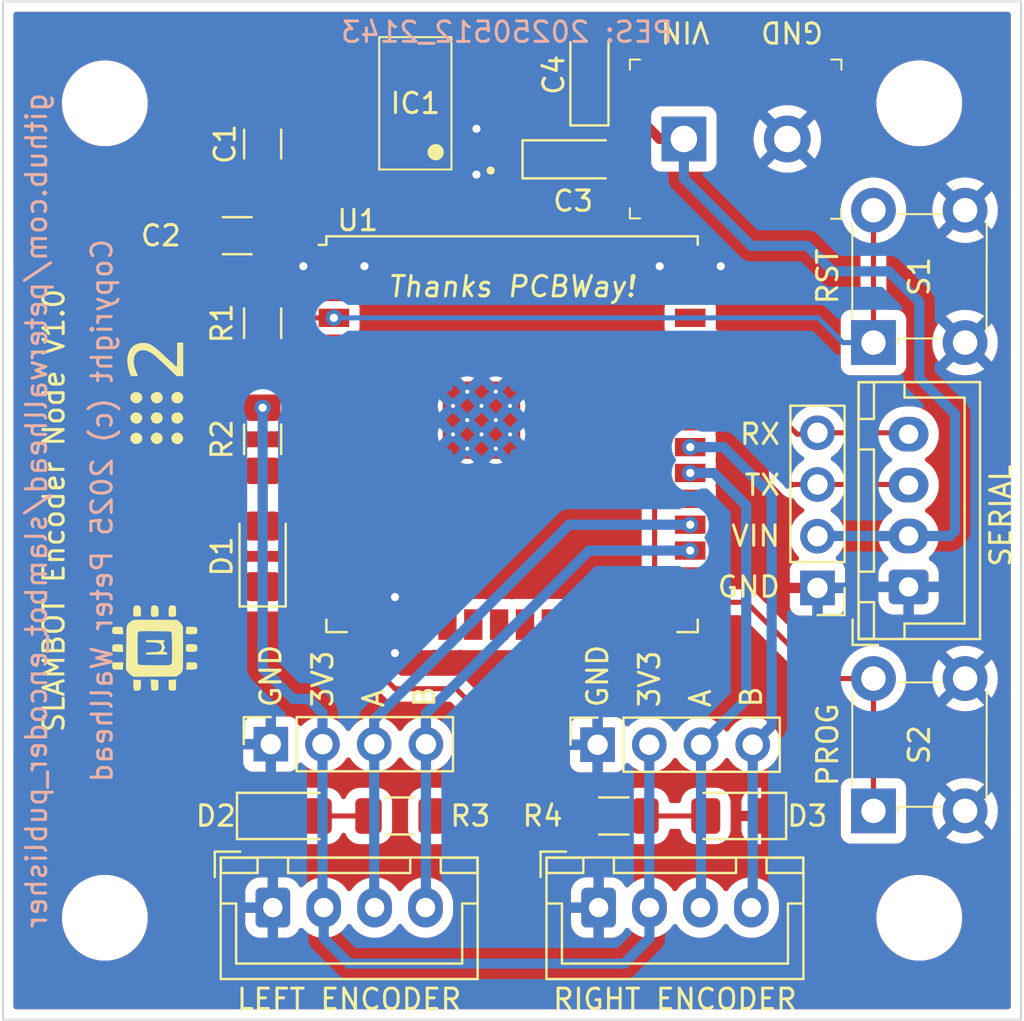
<source format=kicad_pcb>
(kicad_pcb (version 20211014) (generator pcbnew)
  (layers (0 "F.Cu" signal) (31 "B.Cu" signal) (34 "B.Paste" user) (35 "F.Paste" user) (36 "B.SilkS" user "B.Silkscreen") (37 "F.SilkS" user "F.Silkscreen") (38 "B.Mask" user) (39 "F.Mask" user) (44 "Edge.Cuts" user))
  (net 0 "")
  (net 25 "/3.3V")
  (net 26 "/GND")
  (net 27 "/VIN")
  (net 28 "Net-(D1-Pad2)")
  (net 29 "Net-(D2-Pad2)")
  (net 30 "Net-(D3-Pad2)")
  (net 31 "/TTLTX")
  (net 32 "/TTLRX")
  (net 33 "/EN")
  (net 34 "/IO0")
  (net 35 "/LEFT_A")
  (net 36 "/LEFT_B")
  (net 37 "/RIGHT_B")
  (net 38 "/RIGHT_A")
  (net 39 "/LEFT_LED")
  (net 40 "/RIGHT_LED")
  (footprint "LED_SMD:LED_1206_3216Metric_Pad1.42x1.75mm_HandSolder" (layer "F.Cu") (at 132.95 115)
    (fp_text reference "D2" (at -3.5 0) (layer "F.SilkS"))
    (fp_text value "GREEN LEFT")
    (pad "1" smd roundrect (at -1.4875 0) (size 1.425 1.75) (layers "F.Cu" "F.Paste" "F.Mask") (roundrect_rratio 0.1754392982) (net 26 "/GND"))
    (pad "2" smd roundrect (at 1.4875 0) (size 1.425 1.75) (layers "F.Cu" "F.Paste" "F.Mask") (roundrect_rratio 0.1754392982) (net 29 "Net-(D2-Pad2)"))
  )
  (footprint "Connector_PinHeader_2.54mm:PinHeader_1x04_P2.54mm_Vertical" (layer "F.Cu") (at 159 103.8 180)
    (fp_text reference "J5")
    (fp_text value "TTL PROG (HEADER)")
    (pad "1" thru_hole rect (at 0 0 180) (size 1.7 1.7) (drill 1) (layers *.Cu *.Mask) (net 26 "/GND"))
    (pad "2" thru_hole oval (at 0 2.54 180) (size 1.7 1.7) (drill 1) (layers *.Cu *.Mask) (net 27 "/VIN"))
    (pad "3" thru_hole oval (at 0 5.08 180) (size 1.7 1.7) (drill 1) (layers *.Cu *.Mask) (net 31 "/TTLTX"))
    (pad "4" thru_hole oval (at 0 7.62 180) (size 1.7 1.7) (drill 1) (layers *.Cu *.Mask) (net 32 "/TTLRX"))
  )
  (footprint "LED_SMD:LED_1206_3216Metric_Pad1.42x1.75mm_HandSolder" (layer "F.Cu") (at 155 115 180)
    (fp_text reference "D3" (at -3.5 0) (layer "F.SilkS"))
    (fp_text value "GREEN RIGHT")
    (pad "1" smd roundrect (at -1.4875 0 180) (size 1.425 1.75) (layers "F.Cu" "F.Paste" "F.Mask") (roundrect_rratio 0.1754392982) (net 26 "/GND"))
    (pad "2" smd roundrect (at 1.4875 0 180) (size 1.425 1.75) (layers "F.Cu" "F.Paste" "F.Mask") (roundrect_rratio 0.1754392982) (net 30 "Net-(D3-Pad2)"))
  )
  (footprint "RF_Module:ESP32-WROOM-32U" (layer "F.Cu") (at 144 96.25)
    (fp_text reference "U1" (at -7.58 -10.5) (layer "F.SilkS"))
    (fp_text value "ESP32-WROOM-32U")
    (pad "1" smd rect (at -8.75 -8.255) (size 1.5 0.9) (layers "F.Cu" "F.Paste" "F.Mask") (net 26 "/GND"))
    (pad "2" smd rect (at -8.75 -6.985) (size 1.5 0.9) (layers "F.Cu" "F.Paste" "F.Mask") (net 25 "/3.3V"))
    (pad "3" smd rect (at -8.75 -5.715) (size 1.5 0.9) (layers "F.Cu" "F.Paste" "F.Mask") (net 33 "/EN"))
    (pad "4" smd rect (at -8.75 -4.445) (size 1.5 0.9) (layers "F.Cu" "F.Paste" "F.Mask"))
    (pad "5" smd rect (at -8.75 -3.175) (size 1.5 0.9) (layers "F.Cu" "F.Paste" "F.Mask"))
    (pad "6" smd rect (at -8.75 -1.905) (size 1.5 0.9) (layers "F.Cu" "F.Paste" "F.Mask"))
    (pad "7" smd rect (at -8.75 -0.635) (size 1.5 0.9) (layers "F.Cu" "F.Paste" "F.Mask"))
    (pad "8" smd rect (at -8.75 0.635) (size 1.5 0.9) (layers "F.Cu" "F.Paste" "F.Mask"))
    (pad "9" smd rect (at -8.75 1.905) (size 1.5 0.9) (layers "F.Cu" "F.Paste" "F.Mask") (net 39 "/LEFT_LED"))
    (pad "10" smd rect (at -8.75 3.175) (size 1.5 0.9) (layers "F.Cu" "F.Paste" "F.Mask"))
    (pad "11" smd rect (at -8.75 4.445) (size 1.5 0.9) (layers "F.Cu" "F.Paste" "F.Mask"))
    (pad "12" smd rect (at -8.75 5.715) (size 1.5 0.9) (layers "F.Cu" "F.Paste" "F.Mask"))
    (pad "13" smd rect (at -8.75 6.985) (size 1.5 0.9) (layers "F.Cu" "F.Paste" "F.Mask"))
    (pad "14" smd rect (at -8.75 8.255) (size 1.5 0.9) (layers "F.Cu" "F.Paste" "F.Mask"))
    (pad "15" smd rect (at -5.715 9.35 90) (size 1.5 0.9) (layers "F.Cu" "F.Paste" "F.Mask") (net 26 "/GND"))
    (pad "16" smd rect (at -4.445 9.35 90) (size 1.5 0.9) (layers "F.Cu" "F.Paste" "F.Mask"))
    (pad "17" smd rect (at -3.175 9.35 90) (size 1.5 0.9) (layers "F.Cu" "F.Paste" "F.Mask"))
    (pad "18" smd rect (at -1.905 9.35 90) (size 1.5 0.9) (layers "F.Cu" "F.Paste" "F.Mask"))
    (pad "19" smd rect (at -0.635 9.35 90) (size 1.5 0.9) (layers "F.Cu" "F.Paste" "F.Mask"))
    (pad "20" smd rect (at 0.635 9.35 90) (size 1.5 0.9) (layers "F.Cu" "F.Paste" "F.Mask"))
    (pad "21" smd rect (at 1.905 9.35 90) (size 1.5 0.9) (layers "F.Cu" "F.Paste" "F.Mask"))
    (pad "22" smd rect (at 3.175 9.35 90) (size 1.5 0.9) (layers "F.Cu" "F.Paste" "F.Mask"))
    (pad "23" smd rect (at 4.445 9.35 90) (size 1.5 0.9) (layers "F.Cu" "F.Paste" "F.Mask"))
    (pad "24" smd rect (at 5.715 9.35 90) (size 1.5 0.9) (layers "F.Cu" "F.Paste" "F.Mask"))
    (pad "25" smd rect (at 8.75 8.255) (size 1.5 0.9) (layers "F.Cu" "F.Paste" "F.Mask") (net 34 "/IO0"))
    (pad "26" smd rect (at 8.75 6.985) (size 1.5 0.9) (layers "F.Cu" "F.Paste" "F.Mask"))
    (pad "27" smd rect (at 8.75 5.715) (size 1.5 0.9) (layers "F.Cu" "F.Paste" "F.Mask") (net 36 "/LEFT_B"))
    (pad "28" smd rect (at 8.75 4.445) (size 1.5 0.9) (layers "F.Cu" "F.Paste" "F.Mask") (net 35 "/LEFT_A"))
    (pad "29" smd rect (at 8.75 3.175) (size 1.5 0.9) (layers "F.Cu" "F.Paste" "F.Mask"))
    (pad "30" smd rect (at 8.75 1.905) (size 1.5 0.9) (layers "F.Cu" "F.Paste" "F.Mask") (net 38 "/RIGHT_A"))
    (pad "31" smd rect (at 8.75 0.635) (size 1.5 0.9) (layers "F.Cu" "F.Paste" "F.Mask") (net 37 "/RIGHT_B"))
    (pad "32" smd rect (at 8.75 -0.635) (size 1.5 0.9) (layers "F.Cu" "F.Paste" "F.Mask"))
    (pad "33" smd rect (at 8.75 -1.905) (size 1.5 0.9) (layers "F.Cu" "F.Paste" "F.Mask") (net 40 "/RIGHT_LED"))
    (pad "34" smd rect (at 8.75 -3.175) (size 1.5 0.9) (layers "F.Cu" "F.Paste" "F.Mask") (net 31 "/TTLTX"))
    (pad "35" smd rect (at 8.75 -4.445) (size 1.5 0.9) (layers "F.Cu" "F.Paste" "F.Mask") (net 32 "/TTLRX"))
    (pad "36" smd rect (at 8.75 -5.715) (size 1.5 0.9) (layers "F.Cu" "F.Paste" "F.Mask"))
    (pad "37" smd rect (at 8.75 -6.985) (size 1.5 0.9) (layers "F.Cu" "F.Paste" "F.Mask"))
    (pad "38" smd rect (at 8.75 -8.255) (size 1.5 0.9) (layers "F.Cu" "F.Paste" "F.Mask") (net 26 "/GND"))
    (pad "39" smd rect (at -0.1 -2.09) (size 0.9 0.9) (layers "F.Cu" "F.Paste") (net 26 "/GND"))
    (pad "39" thru_hole circle (at -1.5 0.01) (size 0.475 0.475) (drill 0.2) (layers *.Cu "F.Mask") (net 26 "/GND"))
    (pad "39" smd rect (at -0.1 0.71) (size 0.9 0.9) (layers "F.Cu" "F.Paste") (net 26 "/GND"))
    (pad "39" thru_hole circle (at -2.9 0.01) (size 0.475 0.475) (drill 0.2) (layers *.Cu "F.Mask") (net 26 "/GND"))
    (pad "39" thru_hole circle (at -2.9 -1.39) (size 0.475 0.475) (drill 0.2) (layers *.Cu "F.Mask") (net 26 "/GND"))
    (pad "39" thru_hole circle (at -0.1 -1.39) (size 0.475 0.475) (drill 0.2) (layers *.Cu "F.Mask") (net 26 "/GND"))
    (pad "39" smd rect (at -0.1 -0.69) (size 0.9 0.9) (layers "F.Cu" "F.Paste") (net 26 "/GND"))
    (pad "39" smd rect (at -1.5 -0.69) (size 3.8 3.8) (layers "F.Cu" "F.Mask") (net 26 "/GND"))
    (pad "39" thru_hole circle (at -0.8 -2.09) (size 0.475 0.475) (drill 0.2) (layers *.Cu "F.Mask") (net 26 "/GND"))
    (pad "39" thru_hole circle (at -0.8 0.71) (size 0.475 0.475) (drill 0.2) (layers *.Cu "F.Mask") (net 26 "/GND"))
    (pad "39" thru_hole circle (at -2.2 -0.69) (size 0.475 0.475) (drill 0.2) (layers *.Cu "F.Mask") (net 26 "/GND"))
    (pad "39" thru_hole circle (at -2.2 -2.09) (size 0.475 0.475) (drill 0.2) (layers *.Cu "F.Mask") (net 26 "/GND"))
    (pad "39" smd rect (at -1.5 0.71) (size 0.9 0.9) (layers "F.Cu" "F.Paste") (net 26 "/GND"))
    (pad "39" smd rect (at -1.5 -2.09) (size 0.9 0.9) (layers "F.Cu" "F.Paste") (net 26 "/GND"))
    (pad "39" thru_hole circle (at -1.5 -1.39) (size 0.475 0.475) (drill 0.2) (layers *.Cu "F.Mask") (net 26 "/GND"))
    (pad "39" thru_hole circle (at -2.2 0.71) (size 0.475 0.475) (drill 0.2) (layers *.Cu "F.Mask") (net 26 "/GND"))
    (pad "39" smd rect (at -2.9 -2.09) (size 0.9 0.9) (layers "F.Cu" "F.Paste") (net 26 "/GND"))
    (pad "39" smd rect (at -1.5 -0.69) (size 0.9 0.9) (layers "F.Cu" "F.Paste") (net 26 "/GND"))
    (pad "39" smd rect (at -2.9 -0.69) (size 0.9 0.9) (layers "F.Cu" "F.Paste") (net 26 "/GND"))
    (pad "39" smd rect (at -2.9 0.71) (size 0.9 0.9) (layers "F.Cu" "F.Paste") (net 26 "/GND"))
    (pad "39" thru_hole circle (at -0.8 -0.69) (size 0.475 0.475) (drill 0.2) (layers *.Cu "F.Mask") (net 26 "/GND"))
    (pad "39" thru_hole circle (at -0.1 0.01) (size 0.475 0.475) (drill 0.2) (layers *.Cu "F.Mask") (net 26 "/GND"))
  )
  (footprint "LED_SMD:LED_1206_3216Metric_Pad1.42x1.75mm_HandSolder" (layer "F.Cu") (at 131.75 102.25 90)
    (fp_text reference "D1" (at 0 -2 90) (layer "F.SilkS"))
    (fp_text value "RED LED")
    (pad "1" smd roundrect (at -1.4875 0 90) (size 1.425 1.75) (layers "F.Cu" "F.Paste" "F.Mask") (roundrect_rratio 0.1754392982) (net 26 "/GND"))
    (pad "2" smd roundrect (at 1.4875 0 90) (size 1.425 1.75) (layers "F.Cu" "F.Paste" "F.Mask") (roundrect_rratio 0.1754392982) (net 28 "Net-(D1-Pad2)"))
  )
  (footprint "Capacitor_Tantalum_SMD:CP_EIA-3216-10_Kemet-I_Pad1.58x1.35mm_HandSolder" (layer "F.Cu") (at 147 82.75)
    (fp_text reference "C3" (at 0 2.05) (layer "F.SilkS"))
    (fp_text value "10 uf")
    (pad "1" smd roundrect (at -1.4375 0) (size 1.575 1.35) (layers "F.Cu" "F.Paste" "F.Mask") (roundrect_rratio 0.1851851852) (net 25 "/3.3V"))
    (pad "2" smd roundrect (at 1.4375 0) (size 1.575 1.35) (layers "F.Cu" "F.Paste" "F.Mask") (roundrect_rratio 0.1851851852) (net 26 "/GND"))
  )
  (footprint "Resistor_SMD:R_1206_3216Metric_Pad1.30x1.75mm_HandSolder" (layer "F.Cu") (at 131.75 90.8 -90)
    (fp_text reference "R1" (at 0 2 90) (layer "F.SilkS"))
    (fp_text value "10 Kohms")
    (pad "1" smd roundrect (at -1.55 0 270) (size 1.3 1.75) (layers "F.Cu" "F.Paste" "F.Mask") (roundrect_rratio 0.1923076923) (net 25 "/3.3V"))
    (pad "2" smd roundrect (at 1.55 0 270) (size 1.3 1.75) (layers "F.Cu" "F.Paste" "F.Mask") (roundrect_rratio 0.1923076923) (net 33 "/EN"))
  )
  (footprint "MountingHole:MountingHole_3.2mm_M3" (layer "F.Cu") (at 164 120)
    (fp_text reference "H4")
    (fp_text value "MountingHole")
    (pad "" np_thru_hole circle (at 0 0) (size 3.2 3.2) (drill 3.2) (layers *.Cu *.Mask))
  )
  (footprint "kicad-logos:micros-ros-icon" (layer "F.Cu") (at 126.5 106.75 90)
    (fp_text reference "G***")
    (fp_text value "LOGO" hide)
  )
  (footprint "kicad-logos:ros-2-icon" (layer "F.Cu") (at 126.5 94.25 90)
    (fp_text reference "G***")
    (fp_text value "LOGO" hide)
  )
  (footprint "digikey-footprints:Switch_Tactile_THT_6x6mm" (layer "F.Cu") (at 161.75 114.75 90)
    (fp_text reference "S2" (at 3.25 2.25 90) (layer "F.SilkS"))
    (fp_text value "PROG" (at 3.25 -2.25 90) (layer "F.SilkS"))
    (pad "1" thru_hole rect locked (at 0 0 90) (size 2.2 2.2) (drill 1.2) (layers *.Cu *.Mask) (net 34 "/IO0"))
    (pad "2" thru_hole circle locked (at 6.5 0 90) (size 2.2 2.2) (drill 1.2) (layers *.Cu *.Mask) (net 34 "/IO0"))
    (pad "3" thru_hole circle locked (at 0 4.5 90) (size 2.2 2.2) (drill 1.2) (layers *.Cu *.Mask) (net 26 "/GND"))
    (pad "4" thru_hole circle locked (at 6.5 4.5 90) (size 2.2 2.2) (drill 1.2) (layers *.Cu *.Mask) (net 26 "/GND"))
  )
  (footprint "MountingHole:MountingHole_3.2mm_M3" (layer "F.Cu") (at 124 120)
    (fp_text reference "H3")
    (fp_text value "MountingHole")
    (pad "" np_thru_hole circle (at 0 0) (size 3.2 3.2) (drill 3.2) (layers *.Cu *.Mask))
  )
  (footprint "Resistor_SMD:R_1206_3216Metric_Pad1.30x1.75mm_HandSolder" (layer "F.Cu") (at 131.75 96.5 -90)
    (fp_text reference "R2" (at 0 2 90) (layer "F.SilkS"))
    (fp_text value "150 Ohms")
    (pad "1" smd roundrect (at -1.55 0 270) (size 1.3 1.75) (layers "F.Cu" "F.Paste" "F.Mask") (roundrect_rratio 0.1923076923) (net 25 "/3.3V"))
    (pad "2" smd roundrect (at 1.55 0 270) (size 1.3 1.75) (layers "F.Cu" "F.Paste" "F.Mask") (roundrect_rratio 0.1923076923) (net 28 "Net-(D1-Pad2)"))
  )
  (footprint "Connector_JST:JST_XH_B4B-XH-A_1x04_P2.50mm_Vertical" (layer "F.Cu") (at 132.25 119.5)
    (fp_text reference "J3")
    (fp_text value "LEFT ENCODER (JST)")
    (pad "1" thru_hole roundrect (at 0 0) (size 1.7 1.95) (drill 0.95) (layers *.Cu *.Mask) (roundrect_rratio 0.1470588235) (net 26 "/GND"))
    (pad "2" thru_hole oval (at 2.5 0) (size 1.7 1.95) (drill 0.95) (layers *.Cu *.Mask) (net 25 "/3.3V"))
    (pad "3" thru_hole oval (at 5 0) (size 1.7 1.95) (drill 0.95) (layers *.Cu *.Mask) (net 35 "/LEFT_A"))
    (pad "4" thru_hole oval (at 7.5 0) (size 1.7 1.95) (drill 0.95) (layers *.Cu *.Mask) (net 36 "/LEFT_B"))
  )
  (footprint "Connector_PinSocket_2.54mm:PinSocket_1x04_P2.54mm_Vertical" (layer "F.Cu") (at 132.15 111.475 90)
    (fp_text reference "J6")
    (fp_text value "LEFT ENCODER (HEADER)")
    (pad "1" thru_hole rect (at 0 0 90) (size 1.7 1.7) (drill 1) (layers *.Cu *.Mask) (net 26 "/GND"))
    (pad "2" thru_hole oval (at 0 2.54 90) (size 1.7 1.7) (drill 1) (layers *.Cu *.Mask) (net 25 "/3.3V"))
    (pad "3" thru_hole oval (at 0 5.08 90) (size 1.7 1.7) (drill 1) (layers *.Cu *.Mask) (net 35 "/LEFT_A"))
    (pad "4" thru_hole oval (at 0 7.62 90) (size 1.7 1.7) (drill 1) (layers *.Cu *.Mask) (net 36 "/LEFT_B"))
  )
  (footprint "legacy:SOT230P700X180-4N" (layer "F.Cu") (at 139.25 80 180)
    (fp_text reference "IC1" (at 0 0) (layer "F.SilkS"))
    (fp_text value "LT1117IST-3.3")
    (pad "1" smd rect locked (at -3 -2.3 180) (size 1.8 0.9) (layers "F.Cu" "F.Paste" "F.Mask") (net 26 "/GND"))
    (pad "2" smd rect locked (at -3 0 180) (size 1.8 0.9) (layers "F.Cu" "F.Paste" "F.Mask") (net 25 "/3.3V"))
    (pad "3" smd rect locked (at -3 2.3 180) (size 1.8 0.9) (layers "F.Cu" "F.Paste" "F.Mask") (net 27 "/VIN"))
    (pad "4" smd rect locked (at 3 0 180) (size 1.8 3.2) (layers "F.Cu" "F.Paste" "F.Mask"))
  )
  (footprint "digikey-footprints:Switch_Tactile_THT_6x6mm" (layer "F.Cu") (at 161.75 91.75 90)
    (fp_text reference "S1" (at 3.25 2.25 90) (layer "F.SilkS"))
    (fp_text value "RST" (at 3.25 -2.25 90) (layer "F.SilkS"))
    (pad "1" thru_hole rect locked (at 0 0 90) (size 2.2 2.2) (drill 1.2) (layers *.Cu *.Mask) (net 33 "/EN"))
    (pad "2" thru_hole circle locked (at 6.5 0 90) (size 2.2 2.2) (drill 1.2) (layers *.Cu *.Mask) (net 33 "/EN"))
    (pad "3" thru_hole circle locked (at 0 4.5 90) (size 2.2 2.2) (drill 1.2) (layers *.Cu *.Mask) (net 26 "/GND"))
    (pad "4" thru_hole circle locked (at 6.5 4.5 90) (size 2.2 2.2) (drill 1.2) (layers *.Cu *.Mask) (net 26 "/GND"))
  )
  (footprint "Capacitor_SMD:C_1206_3216Metric_Pad1.33x1.80mm_HandSolder" (layer "F.Cu") (at 130.5 86.5 180)
    (fp_text reference "C2" (at 3.75 0) (layer "F.SilkS"))
    (fp_text value "10 uf")
    (pad "1" smd roundrect (at -1.5625 0 180) (size 1.325 1.8) (layers "F.Cu" "F.Paste" "F.Mask") (roundrect_rratio 0.1886792453) (net 25 "/3.3V"))
    (pad "2" smd roundrect (at 1.5625 0 180) (size 1.325 1.8) (layers "F.Cu" "F.Paste" "F.Mask") (roundrect_rratio 0.1886792453) (net 26 "/GND"))
  )
  (footprint "digikey-footprints:Term_Block_1x2_P5.08MM" (layer "F.Cu") (at 152.438 81.75)
    (fp_text reference "J1")
    (fp_text value "POWER")
    (pad "1" thru_hole rect locked (at 0 0) (size 2.2 2.2) (drill 1.3) (layers *.Cu *.Mask) (net 27 "/VIN"))
    (pad "2" thru_hole circle locked (at 5.08 0) (size 2.3 2.3) (drill 1.3) (layers *.Cu *.Mask) (net 26 "/GND"))
  )
  (footprint "Connector_JST:JST_XH_B4B-XH-A_1x04_P2.50mm_Vertical" (layer "F.Cu") (at 148.25 119.5)
    (fp_text reference "J4")
    (fp_text value "RIGHT ENCODER (JST)")
    (pad "1" thru_hole roundrect (at 0 0) (size 1.7 1.95) (drill 0.95) (layers *.Cu *.Mask) (roundrect_rratio 0.1470588235) (net 26 "/GND"))
    (pad "2" thru_hole oval (at 2.5 0) (size 1.7 1.95) (drill 0.95) (layers *.Cu *.Mask) (net 25 "/3.3V"))
    (pad "3" thru_hole oval (at 5 0) (size 1.7 1.95) (drill 0.95) (layers *.Cu *.Mask) (net 38 "/RIGHT_A"))
    (pad "4" thru_hole oval (at 7.5 0) (size 1.7 1.95) (drill 0.95) (layers *.Cu *.Mask) (net 37 "/RIGHT_B"))
  )
  (footprint "MountingHole:MountingHole_3.2mm_M3" (layer "F.Cu") (at 124 80)
    (fp_text reference "H1")
    (fp_text value "MountingHole")
    (pad "" np_thru_hole circle (at 0 0) (size 3.2 3.2) (drill 3.2) (layers *.Cu *.Mask))
  )
  (footprint "Resistor_SMD:R_1206_3216Metric_Pad1.30x1.75mm_HandSolder" (layer "F.Cu") (at 138.5 115 180)
    (fp_text reference "R3" (at -3.45 0) (layer "F.SilkS"))
    (fp_text value "150 Ohms")
    (pad "1" smd roundrect (at -1.55 0 180) (size 1.3 1.75) (layers "F.Cu" "F.Paste" "F.Mask") (roundrect_rratio 0.1923076923) (net 39 "/LEFT_LED"))
    (pad "2" smd roundrect (at 1.55 0 180) (size 1.3 1.75) (layers "F.Cu" "F.Paste" "F.Mask") (roundrect_rratio 0.1923076923) (net 29 "Net-(D2-Pad2)"))
  )
  (footprint "Capacitor_Tantalum_SMD:CP_EIA-3216-10_Kemet-I_Pad1.58x1.35mm_HandSolder" (layer "F.Cu") (at 147.8 78.6 90)
    (fp_text reference "C4" (at 0 -1.75 90) (layer "F.SilkS"))
    (fp_text value "10 uf")
    (pad "1" smd roundrect (at -1.4375 0 90) (size 1.575 1.35) (layers "F.Cu" "F.Paste" "F.Mask") (roundrect_rratio 0.1851851852) (net 27 "/VIN"))
    (pad "2" smd roundrect (at 1.4375 0 90) (size 1.575 1.35) (layers "F.Cu" "F.Paste" "F.Mask") (roundrect_rratio 0.1851851852) (net 26 "/GND"))
  )
  (footprint "Connector_JST:JST_XH_B4B-XH-A_1x04_P2.50mm_Vertical" (layer "F.Cu") (at 163.475 103.75 90)
    (fp_text reference "J2")
    (fp_text value "TTL PROG (JST)")
    (pad "1" thru_hole roundrect (at 0 0 90) (size 1.7 1.95) (drill 0.95) (layers *.Cu *.Mask) (roundrect_rratio 0.1470588235) (net 26 "/GND"))
    (pad "2" thru_hole oval (at 2.5 0 90) (size 1.7 1.95) (drill 0.95) (layers *.Cu *.Mask) (net 27 "/VIN"))
    (pad "3" thru_hole oval (at 5 0 90) (size 1.7 1.95) (drill 0.95) (layers *.Cu *.Mask) (net 31 "/TTLTX"))
    (pad "4" thru_hole oval (at 7.5 0 90) (size 1.7 1.95) (drill 0.95) (layers *.Cu *.Mask) (net 32 "/TTLRX"))
  )
  (footprint "MountingHole:MountingHole_3.2mm_M3" (layer "F.Cu") (at 164 80)
    (fp_text reference "H2")
    (fp_text value "MountingHole")
    (pad "" np_thru_hole circle (at 0 0) (size 3.2 3.2) (drill 3.2) (layers *.Cu *.Mask))
  )
  (footprint "Resistor_SMD:R_1206_3216Metric_Pad1.30x1.75mm_HandSolder" (layer "F.Cu") (at 149 115)
    (fp_text reference "R4" (at -3.5 0) (layer "F.SilkS"))
    (fp_text value "150 Ohms")
    (pad "1" smd roundrect (at -1.55 0) (size 1.3 1.75) (layers "F.Cu" "F.Paste" "F.Mask") (roundrect_rratio 0.1923076923) (net 40 "/RIGHT_LED"))
    (pad "2" smd roundrect (at 1.55 0) (size 1.3 1.75) (layers "F.Cu" "F.Paste" "F.Mask") (roundrect_rratio 0.1923076923) (net 30 "Net-(D3-Pad2)"))
  )
  (footprint "Connector_PinSocket_2.54mm:PinSocket_1x04_P2.54mm_Vertical" (layer "F.Cu") (at 148.2 111.5 90)
    (fp_text reference "J7")
    (fp_text value "RIGHT ENCODER (HEADER)")
    (pad "1" thru_hole rect (at 0 0 90) (size 1.7 1.7) (drill 1) (layers *.Cu *.Mask) (net 26 "/GND"))
    (pad "2" thru_hole oval (at 0 2.54 90) (size 1.7 1.7) (drill 1) (layers *.Cu *.Mask) (net 25 "/3.3V"))
    (pad "3" thru_hole oval (at 0 5.08 90) (size 1.7 1.7) (drill 1) (layers *.Cu *.Mask) (net 38 "/RIGHT_A"))
    (pad "4" thru_hole oval (at 0 7.62 90) (size 1.7 1.7) (drill 1) (layers *.Cu *.Mask) (net 37 "/RIGHT_B"))
  )
  (footprint "Capacitor_SMD:C_1206_3216Metric_Pad1.33x1.80mm_HandSolder" (layer "F.Cu") (at 131.75 82 90)
    (fp_text reference "C1" (at 0 -1.85 90) (layer "F.SilkS"))
    (fp_text value "100 uf")
    (pad "1" smd roundrect (at -1.5625 0 90) (size 1.325 1.8) (layers "F.Cu" "F.Paste" "F.Mask") (roundrect_rratio 0.1886792453) (net 25 "/3.3V"))
    (pad "2" smd roundrect (at 1.5625 0 90) (size 1.325 1.8) (layers "F.Cu" "F.Paste" "F.Mask") (roundrect_rratio 0.1886792453) (net 26 "/GND"))
  )
  (gr_rect (start 119 75) (end 169 125) (layer "Edge.Cuts") (width 0.1) (fill none))
  (gr_text "PES: 20250512_2143" (at 143.75 76.5) (layer "B.SilkS") (effects (font (size 1 1)) (justify mirror)))
  (gr_text "github.com/peterwallhead/slambot_encoder_publisher\n\nCopyright (c) 2025 Peter Wallhead" (at 122.25 100 90) (layer "B.SilkS") (effects (font (size 1 1)) (justify mirror)))
  (gr_text "RIGHT ENCODER" (at 152 124) (layer "F.SilkS") (effects (font (size 1 1))))
  (gr_text "LEFT ENCODER" (at 136 124) (layer "F.SilkS") (effects (font (size 1 1))))
  (gr_text "VIN" (at 152.5 76.5 180) (layer "F.SilkS") (effects (font (size 1 1))))
  (gr_text "TX" (at 157.25 98.75) (layer "F.SilkS") (effects (font (size 1 1)) (justify right)))
  (gr_text "B" (at 139.7 109.75 90) (layer "F.SilkS") (effects (font (size 1 1)) (justify left)))
  (gr_text "GND" (at 157.25 103.75) (layer "F.SilkS") (effects (font (size 1 1)) (justify right)))
  (gr_text "Thanks PCBWay!" (at 144 89) (layer "F.SilkS") (effects (font (size 1 1) (thickness 0.15) italic)))
  (gr_text "3V3" (at 134.7 109.75 90) (layer "F.SilkS") (effects (font (size 1 1)) (justify left)))
  (gr_text "A" (at 137.2 109.75 90) (layer "F.SilkS") (effects (font (size 1 1)) (justify left)))
  (gr_text "GND" (at 148.2 109.75 90) (layer "F.SilkS") (effects (font (size 1 1)) (justify left)))
  (gr_text "SERIAL" (at 168 100.25 90) (layer "F.SilkS") (effects (font (size 1 1))))
  (gr_text "A" (at 153.25 109.75 90) (layer "F.SilkS") (effects (font (size 1 1)) (justify left)))
  (gr_text "SLAMBOT Encoder Node V1.0" (at 121.5 100 90) (layer "F.SilkS") (effects (font (size 1 1))))
  (gr_text "RX" (at 157.25 96.25) (layer "F.SilkS") (effects (font (size 1 1)) (justify right)))
  (gr_text "B" (at 155.75 109.75 90) (layer "F.SilkS") (effects (font (size 1 1)) (justify left)))
  (gr_text "GND" (at 132.15 109.75 90) (layer "F.SilkS") (effects (font (size 1 1)) (justify left)))
  (gr_text "VIN" (at 157.25 101.25) (layer "F.SilkS") (effects (font (size 1 1)) (justify right)))
  (gr_text "GND" (at 157.75 76.5 180) (layer "F.SilkS") (effects (font (size 1 1))))
  (gr_text "3V3" (at 150.75 109.75 90) (layer "F.SilkS") (effects (font (size 1 1)) (justify left)))
  (segment (start 143.5 80) (end 145.5625 82.0625) (width 0.5) (layer "F.Cu") (net 25))
  (segment (start 145.5 82.8125) (end 145.5625 82.75) (width 0.5) (layer "F.Cu") (net 25))
  (segment (start 131.75 89.25) (end 130.5 89.25) (width 0.5) (layer "F.Cu") (net 25))
  (segment (start 130.5 89.25) (end 129.5 90.25) (width 0.5) (layer "F.Cu") (net 25))
  (segment (start 142.25 80) (end 143.5 80) (width 0.5) (layer "F.Cu") (net 25))
  (segment (start 131.75 89.25) (end 135.235 89.25) (width 0.5) (layer "F.Cu") (net 25))
  (segment (start 144 85.5) (end 145.5 84) (width 0.5) (layer "F.Cu") (net 25))
  (segment (start 145.5 84) (end 145.5 82.8125) (width 0.5) (layer "F.Cu") (net 25))
  (segment (start 133.6875 85.5) (end 144 85.5) (width 0.5) (layer "F.Cu") (net 25))
  (segment (start 129.5 90.25) (end 129.5 94.25) (width 0.5) (layer "F.Cu") (net 25))
  (segment (start 132.0625 88.9375) (end 131.75 89.25) (width 0.5) (layer "F.Cu") (net 25))
  (segment (start 130.2 94.95) (end 131.75 94.95) (width 0.5) (layer "F.Cu") (net 25))
  (segment (start 132.0625 86.5) (end 132.0625 88.9375) (width 0.5) (layer "F.Cu") (net 25))
  (segment (start 135.235 89.25) (end 135.25 89.265) (width 0.5) (layer "F.Cu") (net 25))
  (segment (start 129.5 94.25) (end 130.2 94.95) (width 0.5) (layer "F.Cu") (net 25))
  (segment (start 131.75 83.5625) (end 131.75 86.1875) (width 0.5) (layer "F.Cu") (net 25))
  (segment (start 145.5625 82.0625) (end 145.5625 82.75) (width 0.5) (layer "F.Cu") (net 25))
  (segment (start 131.75 83.5625) (end 133.6875 85.5) (width 0.5) (layer "F.Cu") (net 25))
  (segment (start 131.75 86.1875) (end 132.0625 86.5) (width 0.5) (layer "F.Cu") (net 25))
  (via (at 131.75 94.95) (size 0.8) (drill 0.4) (layers "F.Cu" "B.Cu") (net 25))
  (segment (start 150.74 119.49) (end 150.75 119.5) (width 0.5) (layer "B.Cu") (net 25))
  (segment (start 131.75 107.75) (end 131.75 94.95) (width 0.5) (layer "B.Cu") (net 25))
  (segment (start 134.75 119.5) (end 134.75 121) (width 0.5) (layer "B.Cu") (net 25))
  (segment (start 134.75 121) (end 136 122.25) (width 0.5) (layer "B.Cu") (net 25))
  (segment (start 134 109.25) (end 134.69 109.94) (width 0.5) (layer "B.Cu") (net 25))
  (segment (start 133.25 109.25) (end 134 109.25) (width 0.5) (layer "B.Cu") (net 25))
  (segment (start 150.75 121) (end 150.75 119.5) (width 0.5) (layer "B.Cu") (net 25))
  (segment (start 136 122.25) (end 149.5 122.25) (width 0.5) (layer "B.Cu") (net 25))
  (segment (start 150.74 111.5) (end 150.74 119.49) (width 0.5) (layer "B.Cu") (net 25))
  (segment (start 134.69 119.44) (end 134.75 119.5) (width 0.5) (layer "B.Cu") (net 25))
  (segment (start 134.69 109.94) (end 134.69 111.475) (width 0.5) (layer "B.Cu") (net 25))
  (segment (start 131.75 107.75) (end 133.25 109.25) (width 0.5) (layer "B.Cu") (net 25))
  (segment (start 134.69 111.475) (end 134.69 119.44) (width 0.5) (layer "B.Cu") (net 25))
  (segment (start 149.5 122.25) (end 150.75 121) (width 0.5) (layer "B.Cu") (net 25))
  (segment (start 138.285 106.965) (end 138.25 107) (width 0.5) (layer "F.Cu") (net 26))
  (segment (start 154.245 87.995) (end 154.25 88) (width 0.5) (layer "F.Cu") (net 26))
  (segment (start 138.25 104.25) (end 138.25 105.565) (width 0.5) (layer "F.Cu") (net 26))
  (segment (start 135.25 87.995) (end 133.755 87.995) (width 0.5) (layer "F.Cu") (net 26))
  (segment (start 142.25 82.3) (end 142.25 83.5) (width 0.5) (layer "F.Cu") (net 26))
  (segment (start 133.755 87.995) (end 133.75 88) (width 0.5) (layer "F.Cu") (net 26))
  (segment (start 151.255 87.995) (end 151.25 88) (width 0.5) (layer "F.Cu") (net 26))
  (segment (start 135.25 87.995) (end 136.745 87.995) (width 0.5) (layer "F.Cu") (net 26))
  (segment (start 138.285 105.6) (end 138.285 106.965) (width 0.5) (layer "F.Cu") (net 26))
  (segment (start 138.25 105.565) (end 138.285 105.6) (width 0.5) (layer "F.Cu") (net 26))
  (segment (start 136.745 87.995) (end 136.75 88) (width 0.5) (layer "F.Cu") (net 26))
  (segment (start 152.75 87.995) (end 151.255 87.995) (width 0.5) (layer "F.Cu") (net 26))
  (segment (start 152.75 87.995) (end 154.245 87.995) (width 0.5) (layer "F.Cu") (net 26))
  (segment (start 142.25 82.3) (end 142.25 81.25) (width 0.5) (layer "F.Cu") (net 26))
  (via (at 136.75 88) (size 0.8) (drill 0.4) (layers "F.Cu" "B.Cu") (net 26))
  (via (at 142.25 83.5) (size 0.8) (drill 0.4) (layers "F.Cu" "B.Cu") (net 26))
  (via (at 133.75 88) (size 0.8) (drill 0.4) (layers "F.Cu" "B.Cu") (net 26))
  (via (at 142.25 81.25) (size 0.8) (drill 0.4) (layers "F.Cu" "B.Cu") (net 26))
  (via (at 138.25 104.25) (size 0.8) (drill 0.4) (layers "F.Cu" "B.Cu") (net 26))
  (via (at 151.25 88) (size 0.8) (drill 0.4) (layers "F.Cu" "B.Cu") (net 26))
  (via (at 154.25 88) (size 0.8) (drill 0.4) (layers "F.Cu" "B.Cu") (net 26))
  (via (at 138.25 107) (size 0.8) (drill 0.4) (layers "F.Cu" "B.Cu") (net 26))
  (segment (start 151.25 81.75) (end 149.5375 80.0375) (width 0.5) (layer "F.Cu") (net 27))
  (segment (start 145.5125 77.75) (end 142.3 77.75) (width 0.5) (layer "F.Cu") (net 27))
  (segment (start 152.438 81.75) (end 151.25 81.75) (width 0.5) (layer "F.Cu") (net 27))
  (segment (start 142.3 77.75) (end 142.25 77.7) (width 0.5) (layer "F.Cu") (net 27))
  (segment (start 147.8 80.0375) (end 145.5125 77.75) (width 0.5) (layer "F.Cu") (net 27))
  (segment (start 149.5375 80.0375) (end 147.8 80.0375) (width 0.5) (layer "F.Cu") (net 27))
  (segment (start 163.475 101.25) (end 159.01 101.25) (width 0.5) (layer "B.Cu") (net 27))
  (segment (start 164 89.75) (end 164 93.5) (width 0.5) (layer "B.Cu") (net 27))
  (segment (start 152.438 83.688) (end 155.75 87) (width 0.5) (layer "B.Cu") (net 27))
  (segment (start 159.75 88.25) (end 162.5 88.25) (width 0.5) (layer "B.Cu") (net 27))
  (segment (start 159.01 101.25) (end 159 101.26) (width 0.5) (layer "B.Cu") (net 27))
  (segment (start 165.75 95.25) (end 165.75 101) (width 0.5) (layer "B.Cu") (net 27))
  (segment (start 155.75 87) (end 158.5 87) (width 0.5) (layer "B.Cu") (net 27))
  (segment (start 164 93.5) (end 165.75 95.25) (width 0.5) (layer "B.Cu") (net 27))
  (segment (start 162.5 88.25) (end 164 89.75) (width 0.5) (layer "B.Cu") (net 27))
  (segment (start 165.75 101) (end 165.5 101.25) (width 0.5) (layer "B.Cu") (net 27))
  (segment (start 165.5 101.25) (end 163.475 101.25) (width 0.5) (layer "B.Cu") (net 27))
  (segment (start 152.438 81.75) (end 152.438 83.688) (width 0.5) (layer "B.Cu") (net 27))
  (segment (start 158.5 87) (end 159.75 88.25) (width 0.5) (layer "B.Cu") (net 27))
  (segment (start 131.75 98.05) (end 131.75 100.7625) (width 0.5) (layer "F.Cu") (net 28))
  (segment (start 134.4375 115) (end 136.95 115) (width 0.25) (layer "F.Cu") (net 29))
  (segment (start 150.55 115) (end 153.5125 115) (width 0.25) (layer "F.Cu") (net 30))
  (segment (start 157.78 98.72) (end 159 98.72) (width 0.25) (layer "F.Cu") (net 31))
  (segment (start 157.75 98.75) (end 157.78 98.72) (width 0.25) (layer "F.Cu") (net 31))
  (segment (start 157.25 96.25) (end 157.25 98.25) (width 0.25) (layer "F.Cu") (net 31))
  (segment (start 159 98.72) (end 163.445 98.72) (width 0.25) (layer "F.Cu") (net 31))
  (segment (start 163.92 98.72) (end 163.95 98.75) (width 0.25) (layer "F.Cu") (net 31))
  (segment (start 152.75 93.075) (end 154.075 93.075) (width 0.25) (layer "F.Cu") (net 31))
  (segment (start 154.075 93.075) (end 157.25 96.25) (width 0.25) (layer "F.Cu") (net 31))
  (segment (start 157.25 98.25) (end 157.75 98.75) (width 0.25) (layer "F.Cu") (net 31))
  (segment (start 163.88 96.18) (end 163.95 96.25) (width 0.25) (layer "F.Cu") (net 32))
  (segment (start 158.93 96.25) (end 159 96.18) (width 0.25) (layer "F.Cu") (net 32))
  (segment (start 159 96.18) (end 163.405 96.18) (width 0.25) (layer "F.Cu") (net 32))
  (segment (start 158 96.25) (end 158.93 96.25) (width 0.25) (layer "F.Cu") (net 32))
  (segment (start 154.305 91.805) (end 157.25 94.75) (width 0.25) (layer "F.Cu") (net 32))
  (segment (start 157.25 94.75) (end 157.25 95.5) (width 0.25) (layer "F.Cu") (net 32))
  (segment (start 157.25 95.5) (end 158 96.25) (width 0.25) (layer "F.Cu") (net 32))
  (segment (start 152.75 91.805) (end 154.305 91.805) (width 0.25) (layer "F.Cu") (net 32))
  (segment (start 133.715 90.535) (end 135.25 90.535) (width 0.25) (layer "F.Cu") (net 33))
  (segment (start 132.1 92) (end 133.25 92) (width 0.25) (layer "F.Cu") (net 33))
  (segment (start 133.25 92) (end 133.5 91.75) (width 0.25) (layer "F.Cu") (net 33))
  (segment (start 161.75 85.25) (end 161.75 91.75) (width 0.25) (layer "F.Cu") (net 33))
  (segment (start 133.5 90.75) (end 133.715 90.535) (width 0.25) (layer "F.Cu") (net 33))
  (segment (start 131.75 92.35) (end 132.1 92) (width 0.25) (layer "F.Cu") (net 33))
  (segment (start 133.5 91.75) (end 133.5 90.75) (width 0.25) (layer "F.Cu") (net 33))
  (via (at 135.25 90.535) (size 0.8) (drill 0.4) (layers "F.Cu" "B.Cu") (net 33))
  (segment (start 159.035 90.535) (end 135.25 90.535) (width 0.25) (layer "B.Cu") (net 33))
  (segment (start 160.25 91.75) (end 161.75 91.75) (width 0.25) (layer "B.Cu") (net 33))
  (segment (start 159.035 90.535) (end 160.25 91.75) (width 0.25) (layer "B.Cu") (net 33))
  (segment (start 152.75 104.505) (end 155.505 104.505) (width 0.25) (layer "F.Cu") (net 34))
  (segment (start 161.75 108.25) (end 161.75 114.75) (width 0.25) (layer "F.Cu") (net 34))
  (segment (start 155.505 104.505) (end 159.25 108.25) (width 0.25) (layer "F.Cu") (net 34))
  (segment (start 159.25 108.25) (end 161.75 108.25) (width 0.25) (layer "F.Cu") (net 34))
  (via (at 152.75 100.695) (size 0.8) (drill 0.4) (layers "F.Cu" "B.Cu") (net 35))
  (segment (start 152.75 100.695) (end 146.805 100.695) (width 0.5) (layer "B.Cu") (net 35))
  (segment (start 137.23 111.475) (end 137.23 119.48) (width 0.5) (layer "B.Cu") (net 35))
  (segment (start 146.805 100.695) (end 137.23 110.27) (width 0.5) (layer "B.Cu") (net 35))
  (segment (start 137.23 110.27) (end 137.23 111.475) (width 0.5) (layer "B.Cu") (net 35))
  (segment (start 137.23 119.48) (end 137.25 119.5) (width 0.5) (layer "B.Cu") (net 35))
  (via (at 152.75 101.965) (size 0.8) (drill 0.4) (layers "F.Cu" "B.Cu") (net 36))
  (segment (start 147.785 101.965) (end 139.77 109.98) (width 0.5) (layer "B.Cu") (net 36))
  (segment (start 139.77 119.48) (end 139.75 119.5) (width 0.5) (layer "B.Cu") (net 36))
  (segment (start 139.77 111.475) (end 139.77 119.48) (width 0.5) (layer "B.Cu") (net 36))
  (segment (start 147.785 101.965) (end 152.75 101.965) (width 0.5) (layer "B.Cu") (net 36))
  (segment (start 139.77 109.98) (end 139.77 111.475) (width 0.5) (layer "B.Cu") (net 36))
  (via (at 152.75 96.885) (size 0.8) (drill 0.4) (layers "F.Cu" "B.Cu") (net 37))
  (segment (start 154.385 96.885) (end 152.75 96.885) (width 0.5) (layer "B.Cu") (net 37))
  (segment (start 156.75 99.25) (end 156.75 110.57) (width 0.5) (layer "B.Cu") (net 37))
  (segment (start 155.82 111.5) (end 155.82 119.43) (width 0.5) (layer "B.Cu") (net 37))
  (segment (start 155.82 119.43) (end 155.75 119.5) (width 0.5) (layer "B.Cu") (net 37))
  (segment (start 156.75 110.57) (end 155.82 111.5) (width 0.5) (layer "B.Cu") (net 37))
  (segment (start 156.75 99.25) (end 154.385 96.885) (width 0.5) (layer "B.Cu") (net 37))
  (via (at 152.75 98.155) (size 0.8) (drill 0.4) (layers "F.Cu" "B.Cu") (net 38))
  (segment (start 153.28 119.47) (end 153.25 119.5) (width 0.5) (layer "B.Cu") (net 38))
  (segment (start 153.905 98.155) (end 152.75 98.155) (width 0.5) (layer "B.Cu") (net 38))
  (segment (start 153.28 111.5) (end 153.28 119.47) (width 0.5) (layer "B.Cu") (net 38))
  (segment (start 155.5 99.75) (end 155.5 109.28) (width 0.5) (layer "B.Cu") (net 38))
  (segment (start 155.5 99.75) (end 153.905 98.155) (width 0.5) (layer "B.Cu") (net 38))
  (segment (start 155.5 109.28) (end 153.28 111.5) (width 0.5) (layer "B.Cu") (net 38))
  (segment (start 141.25 108.75) (end 138.25 108.75) (width 0.25) (layer "F.Cu") (net 39))
  (segment (start 142.25 114.25) (end 142.25 109.75) (width 0.25) (layer "F.Cu") (net 39))
  (segment (start 138.25 108.75) (end 136.75 107.25) (width 0.25) (layer "F.Cu") (net 39))
  (segment (start 141.5 115) (end 142.25 114.25) (width 0.25) (layer "F.Cu") (net 39))
  (segment (start 136.405 98.155) (end 135.25 98.155) (width 0.25) (layer "F.Cu") (net 39))
  (segment (start 142.25 109.75) (end 141.25 108.75) (width 0.25) (layer "F.Cu") (net 39))
  (segment (start 136.75 107.25) (end 136.75 98.5) (width 0.25) (layer "F.Cu") (net 39))
  (segment (start 136.75 98.5) (end 136.405 98.155) (width 0.25) (layer "F.Cu") (net 39))
  (segment (start 140.05 115) (end 141.5 115) (width 0.25) (layer "F.Cu") (net 39))
  (segment (start 151 95.095) (end 151 107.75) (width 0.25) (layer "F.Cu") (net 40))
  (segment (start 151 107.75) (end 150 108.75) (width 0.25) (layer "F.Cu") (net 40))
  (segment (start 151.75 94.345) (end 151 95.095) (width 0.25) (layer "F.Cu") (net 40))
  (segment (start 146 115) (end 147.45 115) (width 0.25) (layer "F.Cu") (net 40))
  (segment (start 152.75 94.345) (end 151.75 94.345) (width 0.25) (layer "F.Cu") (net 40))
  (segment (start 145.5 109.75) (end 145.5 114.5) (width 0.25) (layer "F.Cu") (net 40))
  (segment (start 146.5 108.75) (end 145.5 109.75) (width 0.25) (layer "F.Cu") (net 40))
  (segment (start 145.5 114.5) (end 146 115) (width 0.25) (layer "F.Cu") (net 40))
  (segment (start 150 108.75) (end 146.5 108.75) (width 0.25) (layer "F.Cu") (net 40))
  (zone (net 0) (net_name "") (layer "F.Cu") (connect_pads (clearance 0)) (min_thickness 0.254)
    (keepout (tracks not_allowed) (vias not_allowed) (pads not_allowed) (copperpour not_allowed) (footprints allowed))
    (fill (thermal_gap 0.508) (thermal_bridge_width 0.508))
    (polygon (pts (xy 124 112) (xy 119 112) (xy 119 88) (xy 124 88)))
  )
  (zone (net 26) (net_name "/GND") (layers F&B.Cu) (connect_pads (clearance 0.508)) (min_thickness 0.254) (fill yes (thermal_gap 0.508) (thermal_bridge_width 0.508))
    (polygon (pts (xy 169 125) (xy 119 125) (xy 119 75) (xy 169 75)))
  )
)
</source>
